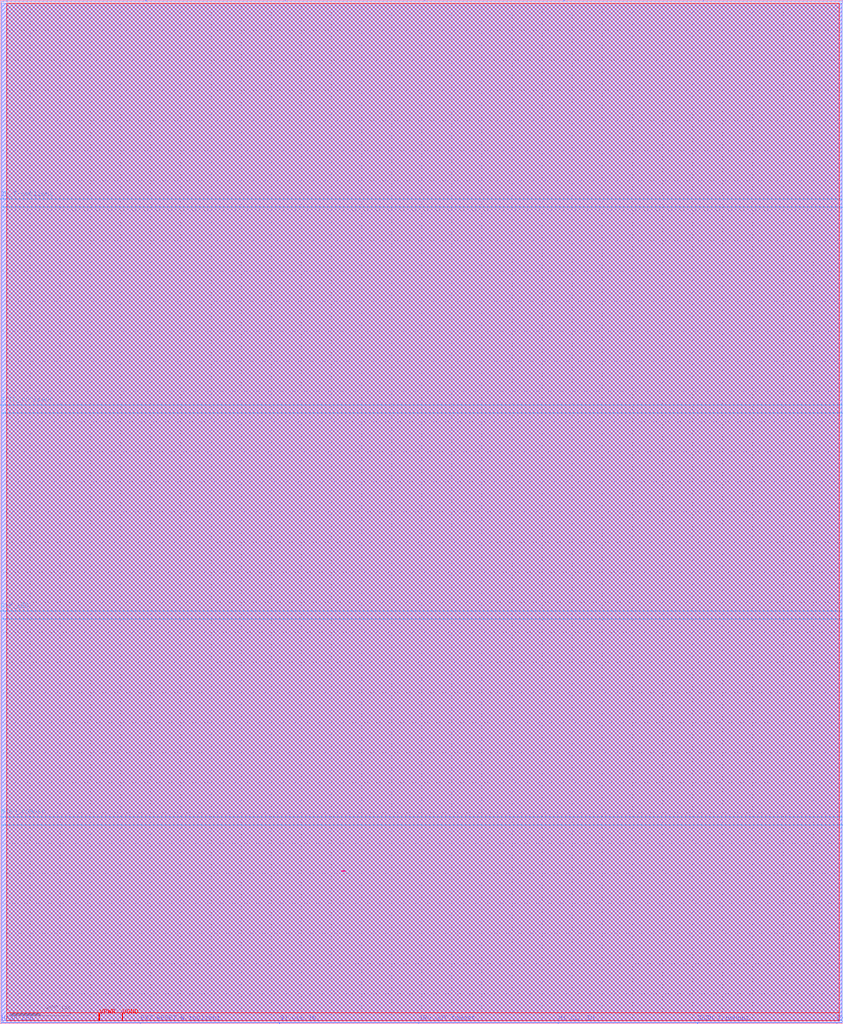
<source format=lef>
VERSION 5.7 ;
  NOWIREEXTENSIONATPIN ON ;
  DIVIDERCHAR "/" ;
  BUSBITCHARS "[]" ;
MACRO decred_top
  CLASS BLOCK ;
  FOREIGN decred_top ;
  ORIGIN 0.000 0.000 ;
  SIZE 2800.000 BY 3400.000 ;
  PIN CLK_LED
    DIRECTION OUTPUT TRISTATE ;
    PORT
      LAYER met3 ;
        RECT 0.000 1370.920 4.000 1371.520 ;
    END
  END CLK_LED
  PIN EXT_RESET_N_fromHost
    DIRECTION INPUT ;
    PORT
      LAYER met2 ;
        RECT 2778.490 0.000 2778.770 4.000 ;
    END
  END EXT_RESET_N_fromHost
  PIN EXT_RESET_N_toClient
    DIRECTION OUTPUT TRISTATE ;
    PORT
      LAYER met2 ;
        RECT 464.690 0.000 464.970 4.000 ;
    END
  END EXT_RESET_N_toClient
  PIN HASH_LED
    DIRECTION OUTPUT TRISTATE ;
    PORT
      LAYER met2 ;
        RECT 2.850 0.000 3.130 4.000 ;
    END
  END HASH_LED
  PIN ID_fromClient
    DIRECTION INPUT ;
    PORT
      LAYER met3 ;
        RECT 0.000 2739.080 4.000 2739.680 ;
    END
  END ID_fromClient
  PIN ID_toHost
    DIRECTION OUTPUT TRISTATE ;
    PORT
      LAYER met3 ;
        RECT 2796.000 2027.800 2800.000 2028.400 ;
    END
  END ID_toHost
  PIN IRQ_OUT_fromClient
    DIRECTION INPUT ;
    PORT
      LAYER met2 ;
        RECT 2796.890 3396.000 2797.170 3400.000 ;
    END
  END IRQ_OUT_fromClient
  PIN IRQ_OUT_toHost
    DIRECTION OUTPUT TRISTATE ;
    PORT
      LAYER met2 ;
        RECT 1390.210 0.000 1390.490 4.000 ;
    END
  END IRQ_OUT_toHost
  PIN M1_CLK_IN
    DIRECTION INPUT ;
    PORT
      LAYER met2 ;
        RECT 1852.970 0.000 1853.250 4.000 ;
    END
  END M1_CLK_IN
  PIN M1_CLK_SELECT
    DIRECTION INPUT ;
    PORT
      LAYER met2 ;
        RECT 1409.530 3396.000 1409.810 3400.000 ;
    END
  END M1_CLK_SELECT
  PIN MISO_fromClient
    DIRECTION INPUT ;
    PORT
      LAYER met3 ;
        RECT 2796.000 659.640 2800.000 660.240 ;
    END
  END MISO_fromClient
  PIN MISO_toHost
    DIRECTION OUTPUT TRISTATE ;
    PORT
      LAYER met3 ;
        RECT 0.000 686.840 4.000 687.440 ;
    END
  END MISO_toHost
  PIN MOSI_fromHost
    DIRECTION INPUT ;
    PORT
      LAYER met2 ;
        RECT 2335.050 3396.000 2335.330 3400.000 ;
    END
  END MOSI_fromHost
  PIN MOSI_toClient
    DIRECTION OUTPUT TRISTATE ;
    PORT
      LAYER met3 ;
        RECT 2796.000 2711.880 2800.000 2712.480 ;
    END
  END MOSI_toClient
  PIN PLL_INPUT
    DIRECTION INPUT ;
    PORT
      LAYER met2 ;
        RECT 1872.290 3396.000 1872.570 3400.000 ;
    END
  END PLL_INPUT
  PIN S1_CLK_IN
    DIRECTION INPUT ;
    PORT
      LAYER met2 ;
        RECT 927.450 0.000 927.730 4.000 ;
    END
  END S1_CLK_IN
  PIN S1_CLK_SELECT
    DIRECTION INPUT ;
    PORT
      LAYER met2 ;
        RECT 21.250 3396.000 21.530 3400.000 ;
    END
  END S1_CLK_SELECT
  PIN SCLK_fromHost
    DIRECTION INPUT ;
    PORT
      LAYER met2 ;
        RECT 946.770 3396.000 947.050 3400.000 ;
    END
  END SCLK_fromHost
  PIN SCLK_toClient
    DIRECTION OUTPUT TRISTATE ;
    PORT
      LAYER met3 ;
        RECT 0.000 2055.000 4.000 2055.600 ;
    END
  END SCLK_toClient
  PIN SCSN_fromHost
    DIRECTION INPUT ;
    PORT
      LAYER met2 ;
        RECT 2315.730 0.000 2316.010 4.000 ;
    END
  END SCSN_fromHost
  PIN SCSN_toClient
    DIRECTION OUTPUT TRISTATE ;
    PORT
      LAYER met2 ;
        RECT 484.010 3396.000 484.290 3400.000 ;
    END
  END SCSN_toClient
  PIN SPI_CLK_RESET_N
    DIRECTION INPUT ;
    PORT
      LAYER met3 ;
        RECT 2796.000 1343.720 2800.000 1344.320 ;
    END
  END SPI_CLK_RESET_N
  PIN VPWR
    DIRECTION INPUT ;
    USE POWER ;
    PORT
      LAYER met4 ;
        RECT 328.240 10.640 329.840 36.240 ;
    END
  END VPWR
  PIN VGND
    DIRECTION INPUT ;
    USE GROUND ;
    PORT
      LAYER met4 ;
        RECT 405.040 10.640 406.640 36.240 ;
    END
  END VGND
  OBS
      LAYER li1 ;
        RECT 5.520 10.795 2794.040 3389.205 ;
      LAYER met1 ;
        RECT 2.830 10.640 2797.190 3389.360 ;
      LAYER met2 ;
        RECT 2.860 3395.720 20.970 3396.000 ;
        RECT 21.810 3395.720 483.730 3396.000 ;
        RECT 484.570 3395.720 946.490 3396.000 ;
        RECT 947.330 3395.720 1409.250 3396.000 ;
        RECT 1410.090 3395.720 1872.010 3396.000 ;
        RECT 1872.850 3395.720 2334.770 3396.000 ;
        RECT 2335.610 3395.720 2796.610 3396.000 ;
        RECT 2.860 4.280 2797.160 3395.720 ;
        RECT 3.410 4.000 464.410 4.280 ;
        RECT 465.250 4.000 927.170 4.280 ;
        RECT 928.010 4.000 1389.930 4.280 ;
        RECT 1390.770 4.000 1852.690 4.280 ;
        RECT 1853.530 4.000 2315.450 4.280 ;
        RECT 2316.290 4.000 2778.210 4.280 ;
        RECT 2779.050 4.000 2797.160 4.280 ;
      LAYER met3 ;
        RECT 4.000 2740.080 2796.000 3389.285 ;
        RECT 4.400 2738.680 2796.000 2740.080 ;
        RECT 4.000 2712.880 2796.000 2738.680 ;
        RECT 4.000 2711.480 2795.600 2712.880 ;
        RECT 4.000 2056.000 2796.000 2711.480 ;
        RECT 4.400 2054.600 2796.000 2056.000 ;
        RECT 4.000 2028.800 2796.000 2054.600 ;
        RECT 4.000 2027.400 2795.600 2028.800 ;
        RECT 4.000 1371.920 2796.000 2027.400 ;
        RECT 4.400 1370.520 2796.000 1371.920 ;
        RECT 4.000 1344.720 2796.000 1370.520 ;
        RECT 4.000 1343.320 2795.600 1344.720 ;
        RECT 4.000 687.840 2796.000 1343.320 ;
        RECT 4.400 686.440 2796.000 687.840 ;
        RECT 4.000 660.640 2796.000 686.440 ;
        RECT 4.000 659.240 2795.600 660.640 ;
        RECT 4.000 10.715 2796.000 659.240 ;
      LAYER met4 ;
        RECT 21.040 36.640 2787.440 3389.360 ;
        RECT 21.040 10.640 327.840 36.640 ;
        RECT 330.240 10.640 404.640 36.640 ;
        RECT 407.040 10.640 2787.440 36.640 ;
      LAYER met5 ;
        RECT 1132.180 506.300 1145.740 507.900 ;
  END
END decred_top
END LIBRARY


</source>
